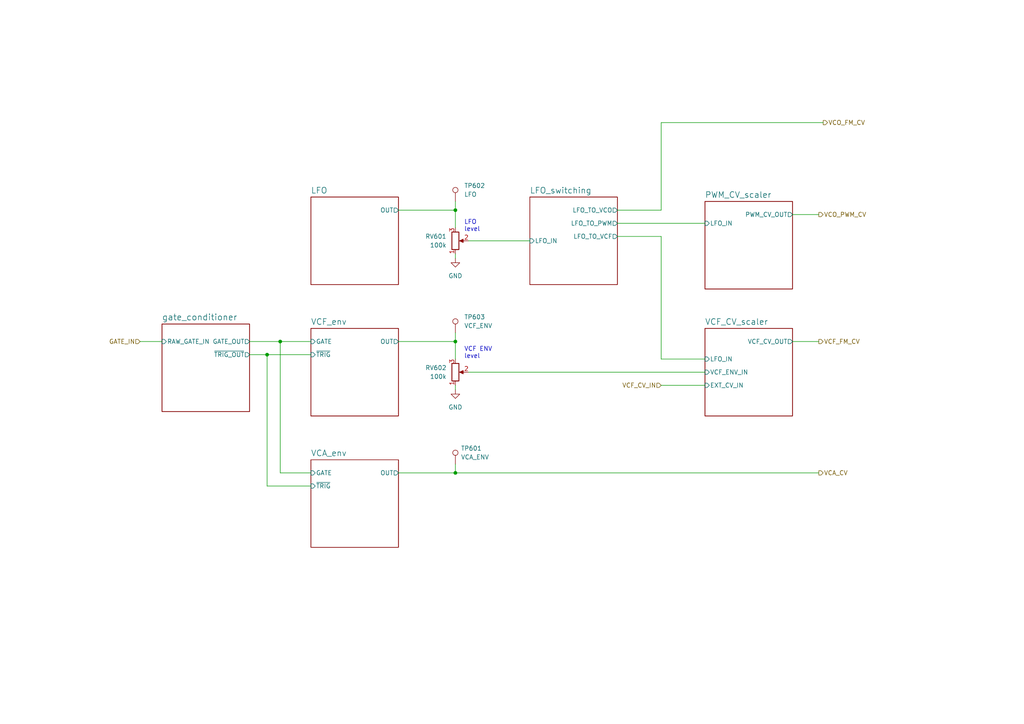
<source format=kicad_sch>
(kicad_sch (version 20211123) (generator eeschema)
  (paper "A4")
  (title_block (title "Micro-Pico Tiny Monosynth") (date "2022-08-28") (rev "0.1") (comment 1 "creativecommons.org/licences/by/4.0") (comment 2 "Licence: CC by 4.0") (comment 3 "Author: Jordan Aceto"))
  (lib_symbols
    (symbol "Connector:TestPoint" (pin_numbers hide) (pin_names (offset 0.762) hide)
      (property "Reference" "TP" (at 0 6.858 0))
      (property "Value" "TestPoint" (at 0 5.08 0))
      (symbol "TestPoint_0_1"
        (circle (center 0 3.302) (radius 0.762))
      )
      (symbol "TestPoint_1_1"
        (pin passive line (at 0 0 90) (length 2.54) (name "1") (number "1"))
      )
    )
    (symbol "Device:R_Potentiometer" (pin_names (offset 1.016) hide)
      (property "Reference" "RV" (at -4.445 0 90))
      (property "Value" "R_Potentiometer" (at -2.54 0 90))
      (symbol "R_Potentiometer_0_1"
        (polyline (pts (xy 2.54 0) (xy 1.524 0)))
        (polyline (pts (xy 1.143 0) (xy 2.286 0.508) (xy 2.286 -0.508) (xy 1.143 0)) (fill (type outline)))
        (rectangle (start 1.016 2.54) (end -1.016 -2.54) (stroke (width 0.254)))
      )
      (symbol "R_Potentiometer_1_1"
        (pin passive line (at 0 3.81 270) (length 1.27) (name "1") (number "1"))
        (pin passive line (at 3.81 0 180) (length 1.27) (name "2") (number "2"))
        (pin passive line (at 0 -3.81 90) (length 1.27) (name "3") (number "3"))
      )
    )
    (symbol "power:GND" (power) (pin_names (offset 0))
      (property "Value" "GND" (at 0 -3.81 0))
      (symbol "GND_0_1"
        (polyline (pts (xy 0 0) (xy 0 -1.27) (xy 1.27 -1.27) (xy 0 -2.54) (xy -1.27 -1.27) (xy 0 -1.27)))
      )
      (symbol "GND_1_1"
        (pin power_in line (at 0 0 270) (length 0) hide (name "GND") (number "1"))
      )
    )
  )
  (junction (at 132.08 99.06))
  (junction (at 132.08 60.96))
  (junction (at 132.08 137.16))
  (junction (at 81.28 99.06))
  (junction (at 77.47 102.87))
  (wire (pts (xy 132.08 137.16) (xy 237.49 137.16)))
  (wire (pts (xy 77.47 102.87) (xy 77.47 140.97)))
  (wire (pts (xy 132.08 104.14) (xy 132.08 99.06)))
  (wire (pts (xy 191.77 60.96) (xy 191.77 35.56)))
  (wire (pts (xy 179.07 64.77) (xy 204.47 64.77)))
  (wire (pts (xy 204.47 104.14) (xy 191.77 104.14)))
  (wire (pts (xy 191.77 111.76) (xy 204.47 111.76)))
  (wire (pts (xy 132.08 111.76) (xy 132.08 113.03)))
  (wire (pts (xy 135.89 69.85) (xy 153.67 69.85)))
  (wire (pts (xy 72.39 99.06) (xy 81.28 99.06)))
  (wire (pts (xy 81.28 99.06) (xy 81.28 137.16)))
  (wire (pts (xy 77.47 140.97) (xy 90.17 140.97)))
  (wire (pts (xy 40.64 99.06) (xy 46.99 99.06)))
  (wire (pts (xy 132.08 58.42) (xy 132.08 60.96)))
  (wire (pts (xy 132.08 134.62) (xy 132.08 137.16)))
  (wire (pts (xy 115.57 137.16) (xy 132.08 137.16)))
  (wire (pts (xy 81.28 137.16) (xy 90.17 137.16)))
  (wire (pts (xy 132.08 73.66) (xy 132.08 74.93)))
  (wire (pts (xy 132.08 99.06) (xy 115.57 99.06)))
  (wire (pts (xy 191.77 68.58) (xy 179.07 68.58)))
  (wire (pts (xy 132.08 66.04) (xy 132.08 60.96)))
  (wire (pts (xy 191.77 104.14) (xy 191.77 68.58)))
  (wire (pts (xy 135.89 107.95) (xy 204.47 107.95)))
  (wire (pts (xy 191.77 35.56) (xy 238.76 35.56)))
  (wire (pts (xy 179.07 60.96) (xy 191.77 60.96)))
  (wire (pts (xy 132.08 96.52) (xy 132.08 99.06)))
  (wire (pts (xy 229.87 62.23) (xy 237.49 62.23)))
  (wire (pts (xy 229.87 99.06) (xy 237.49 99.06)))
  (wire (pts (xy 81.28 99.06) (xy 90.17 99.06)))
  (wire (pts (xy 72.39 102.87) (xy 77.47 102.87)))
  (wire (pts (xy 115.57 60.96) (xy 132.08 60.96)))
  (wire (pts (xy 77.47 102.87) (xy 90.17 102.87)))
  (text "VCF ENV\nlevel" (at 134.62 104.14 0) (effects (font (size 1.27 1.27)) (justify left bottom)))
  (text "LFO\nlevel" (at 134.62 67.31 0) (effects (font (size 1.27 1.27)) (justify left bottom)))
  (hierarchical_label "VCF_CV_IN" (shape input) (at 191.77 111.76 180))
  (hierarchical_label "VCO_PWM_CV" (shape output) (at 237.49 62.23 0))
  (hierarchical_label "VCF_FM_CV" (shape output) (at 237.49 99.06 0))
  (hierarchical_label "VCO_FM_CV" (shape output) (at 238.76 35.56 0))
  (hierarchical_label "VCA_CV" (shape output) (at 237.49 137.16 0))
  (hierarchical_label "GATE_IN" (shape input) (at 40.64 99.06 180))
  (symbol (lib_id "power:GND") (at 132.08 113.03 0) (unit 1)
    (property "Reference" "#PWR0602" (effects hide))
    (property "Value" "GND" (at 132.08 118.11 0))
  )
  (symbol (lib_id "Device:R_Potentiometer") (at 132.08 107.95 0) (mirror x) (unit 1)
    (property "Reference" "RV602" (at 129.54 106.6799 0) (effects (justify right)))
    (property "Value" "100k" (at 129.54 109.2199 0) (effects (justify right)))
    (property "Footprint" "custom_footprints:Alpha_RD901F" (effects hide))
  )
  (symbol (lib_id "Connector:TestPoint") (at 132.08 58.42 0) (unit 1) (in_bom no)
    (property "Reference" "TP602" (at 134.62 53.8479 0) (effects (justify left)))
    (property "Value" "LFO" (at 134.62 56.3879 0) (effects (justify left)))
    (property "Footprint" "TestPoint:TestPoint_Keystone_5000-5004_Miniature" (effects hide))
  )
  (symbol (lib_id "Device:R_Potentiometer") (at 132.08 69.85 0) (mirror x) (unit 1)
    (property "Reference" "RV601" (at 129.54 68.5799 0) (effects (justify right)))
    (property "Value" "100k" (at 129.54 71.1199 0) (effects (justify right)))
    (property "Footprint" "custom_footprints:Alpha_RD901F" (effects hide))
  )
  (symbol (lib_id "Connector:TestPoint") (at 132.08 134.62 0) (unit 1) (in_bom no)
    (property "Reference" "TP601" (at 133.6639 130.0479 0) (effects (justify left)))
    (property "Value" "VCA_ENV" (at 133.6639 132.5879 0) (effects (justify left)))
    (property "Footprint" "TestPoint:TestPoint_Keystone_5000-5004_Miniature" (effects hide))
  )
  (symbol (lib_id "power:GND") (at 132.08 74.93 0) (unit 1)
    (property "Reference" "#PWR0601" (effects hide))
    (property "Value" "GND" (at 132.08 80.01 0))
  )
  (symbol (lib_id "Connector:TestPoint") (at 132.08 96.52 0) (unit 1) (in_bom no)
    (property "Reference" "TP603" (at 134.62 91.9479 0) (effects (justify left)))
    (property "Value" "VCF_ENV" (at 134.62 94.4879 0) (effects (justify left)))
    (property "Footprint" "TestPoint:TestPoint_Keystone_5000-5004_Miniature" (effects hide))
  )
  (sheet (at 204.47 95.25) (size 25.4 25.4) (stroke (width 0.1524))
    (property "Sheet name" "VCF_CV_scaler" (at 204.47 94.3234 0) (effects (font (size 1.7 1.7)) (justify left bottom)))
    (property "Sheet file" "VCF_CV_scaler.kicad_sch" (effects hide))
    (pin "LFO_IN" input (at 204.47 104.14 180))
    (pin "EXT_CV_IN" input (at 204.47 111.76 180))
    (pin "VCF_CV_OUT" output (at 229.87 99.06 0))
    (pin "VCF_ENV_IN" input (at 204.47 107.95 180))
  )
  (sheet (at 153.67 57.15) (size 25.4 25.4) (stroke (width 0.1524))
    (property "Sheet name" "LFO_switching" (at 153.67 56.2234 0) (effects (font (size 1.7 1.7)) (justify left bottom)))
    (property "Sheet file" "LFO_switching.kicad_sch" (effects hide))
    (pin "LFO_TO_VCO" output (at 179.07 60.96 0))
    (pin "LFO_TO_VCF" output (at 179.07 68.58 0))
    (pin "LFO_TO_PWM" output (at 179.07 64.77 0))
    (pin "LFO_IN" input (at 153.67 69.85 180))
  )
  (sheet (at 90.17 95.25) (size 25.4 25.4) (stroke (width 0.1524))
    (property "Sheet name" "VCF_env" (at 90.17 94.3234 0) (effects (font (size 1.7 1.7)) (justify left bottom)))
    (property "Sheet file" "ADSR.kicad_sch" (effects hide))
    (pin "GATE" input (at 90.17 99.06 180))
    (pin "OUT" output (at 115.57 99.06 0))
    (pin "~{TRIG}" input (at 90.17 102.87 180))
  )
  (sheet (at 90.17 57.15) (size 25.4 25.4) (stroke (width 0.1524))
    (property "Sheet name" "LFO" (at 90.17 56.2234 0) (effects (font (size 1.7 1.7)) (justify left bottom)))
    (property "Sheet file" "LFO.kicad_sch" (effects hide))
    (pin "OUT" output (at 115.57 60.96 0))
  )
  (sheet (at 204.47 58.42) (size 25.4 25.4) (stroke (width 0.1524))
    (property "Sheet name" "PWM_CV_scaler" (at 204.47 57.4934 0) (effects (font (size 1.7 1.7)) (justify left bottom)))
    (property "Sheet file" "PWM_CV_scaler.kicad_sch" (effects hide))
    (pin "PWM_CV_OUT" output (at 229.87 62.23 0))
    (pin "LFO_IN" input (at 204.47 64.77 180))
  )
  (sheet (at 46.99 93.98) (size 25.4 25.4) (stroke (width 0.1524))
    (property "Sheet name" "gate_conditioner" (at 46.99 93.0284 0) (effects (font (size 1.75 1.75)) (justify left bottom)))
    (property "Sheet file" "gate_conditioner.kicad_sch" (effects hide))
    (pin "RAW_GATE_IN" input (at 46.99 99.06 180))
    (pin "GATE_OUT" output (at 72.39 99.06 0))
    (pin "~{TRIG_OUT}" output (at 72.39 102.87 0))
  )
  (sheet (at 90.17 133.35) (size 25.4 25.4) (stroke (width 0.1524))
    (property "Sheet name" "VCA_env" (at 90.17 132.4234 0) (effects (font (size 1.7 1.7)) (justify left bottom)))
    (property "Sheet file" "ADSR.kicad_sch" (effects hide))
    (pin "GATE" input (at 90.17 137.16 180))
    (pin "OUT" output (at 115.57 137.16 0))
    (pin "~{TRIG}" input (at 90.17 140.97 180))
  )
)
</source>
